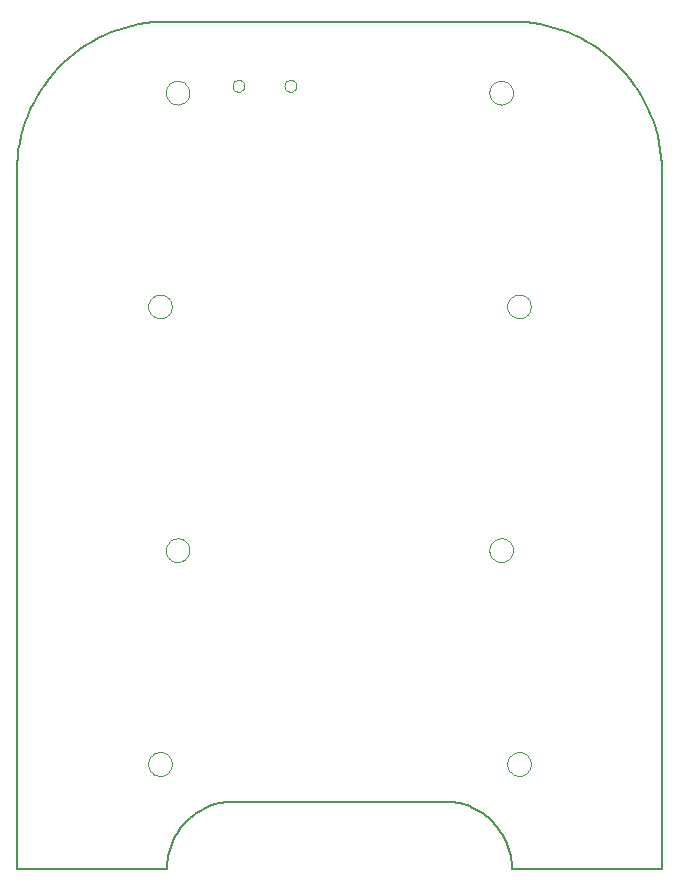
<source format=gko>
G75*
G70*
%OFA0B0*%
%FSLAX24Y24*%
%IPPOS*%
%LPD*%
%AMOC8*
5,1,8,0,0,1.08239X$1,22.5*
%
%ADD10C,0.0000*%
%ADD11C,0.0050*%
D10*
X006497Y020126D02*
X006499Y020165D01*
X006505Y020204D01*
X006515Y020242D01*
X006528Y020279D01*
X006545Y020314D01*
X006565Y020348D01*
X006589Y020379D01*
X006616Y020408D01*
X006645Y020434D01*
X006677Y020457D01*
X006711Y020477D01*
X006747Y020493D01*
X006784Y020505D01*
X006823Y020514D01*
X006862Y020519D01*
X006901Y020520D01*
X006940Y020517D01*
X006979Y020510D01*
X007016Y020499D01*
X007053Y020485D01*
X007088Y020467D01*
X007121Y020446D01*
X007152Y020421D01*
X007180Y020394D01*
X007205Y020364D01*
X007227Y020331D01*
X007246Y020297D01*
X007261Y020261D01*
X007273Y020223D01*
X007281Y020185D01*
X007285Y020146D01*
X007285Y020106D01*
X007281Y020067D01*
X007273Y020029D01*
X007261Y019991D01*
X007246Y019955D01*
X007227Y019921D01*
X007205Y019888D01*
X007180Y019858D01*
X007152Y019831D01*
X007121Y019806D01*
X007088Y019785D01*
X007053Y019767D01*
X007016Y019753D01*
X006979Y019742D01*
X006940Y019735D01*
X006901Y019732D01*
X006862Y019733D01*
X006823Y019738D01*
X006784Y019747D01*
X006747Y019759D01*
X006711Y019775D01*
X006677Y019795D01*
X006645Y019818D01*
X006616Y019844D01*
X006589Y019873D01*
X006565Y019904D01*
X006545Y019938D01*
X006528Y019973D01*
X006515Y020010D01*
X006505Y020048D01*
X006499Y020087D01*
X006497Y020126D01*
X007087Y027252D02*
X007089Y027291D01*
X007095Y027330D01*
X007105Y027368D01*
X007118Y027405D01*
X007135Y027440D01*
X007155Y027474D01*
X007179Y027505D01*
X007206Y027534D01*
X007235Y027560D01*
X007267Y027583D01*
X007301Y027603D01*
X007337Y027619D01*
X007374Y027631D01*
X007413Y027640D01*
X007452Y027645D01*
X007491Y027646D01*
X007530Y027643D01*
X007569Y027636D01*
X007606Y027625D01*
X007643Y027611D01*
X007678Y027593D01*
X007711Y027572D01*
X007742Y027547D01*
X007770Y027520D01*
X007795Y027490D01*
X007817Y027457D01*
X007836Y027423D01*
X007851Y027387D01*
X007863Y027349D01*
X007871Y027311D01*
X007875Y027272D01*
X007875Y027232D01*
X007871Y027193D01*
X007863Y027155D01*
X007851Y027117D01*
X007836Y027081D01*
X007817Y027047D01*
X007795Y027014D01*
X007770Y026984D01*
X007742Y026957D01*
X007711Y026932D01*
X007678Y026911D01*
X007643Y026893D01*
X007606Y026879D01*
X007569Y026868D01*
X007530Y026861D01*
X007491Y026858D01*
X007452Y026859D01*
X007413Y026864D01*
X007374Y026873D01*
X007337Y026885D01*
X007301Y026901D01*
X007267Y026921D01*
X007235Y026944D01*
X007206Y026970D01*
X007179Y026999D01*
X007155Y027030D01*
X007135Y027064D01*
X007118Y027099D01*
X007105Y027136D01*
X007095Y027174D01*
X007089Y027213D01*
X007087Y027252D01*
X006497Y035376D02*
X006499Y035415D01*
X006505Y035454D01*
X006515Y035492D01*
X006528Y035529D01*
X006545Y035564D01*
X006565Y035598D01*
X006589Y035629D01*
X006616Y035658D01*
X006645Y035684D01*
X006677Y035707D01*
X006711Y035727D01*
X006747Y035743D01*
X006784Y035755D01*
X006823Y035764D01*
X006862Y035769D01*
X006901Y035770D01*
X006940Y035767D01*
X006979Y035760D01*
X007016Y035749D01*
X007053Y035735D01*
X007088Y035717D01*
X007121Y035696D01*
X007152Y035671D01*
X007180Y035644D01*
X007205Y035614D01*
X007227Y035581D01*
X007246Y035547D01*
X007261Y035511D01*
X007273Y035473D01*
X007281Y035435D01*
X007285Y035396D01*
X007285Y035356D01*
X007281Y035317D01*
X007273Y035279D01*
X007261Y035241D01*
X007246Y035205D01*
X007227Y035171D01*
X007205Y035138D01*
X007180Y035108D01*
X007152Y035081D01*
X007121Y035056D01*
X007088Y035035D01*
X007053Y035017D01*
X007016Y035003D01*
X006979Y034992D01*
X006940Y034985D01*
X006901Y034982D01*
X006862Y034983D01*
X006823Y034988D01*
X006784Y034997D01*
X006747Y035009D01*
X006711Y035025D01*
X006677Y035045D01*
X006645Y035068D01*
X006616Y035094D01*
X006589Y035123D01*
X006565Y035154D01*
X006545Y035188D01*
X006528Y035223D01*
X006515Y035260D01*
X006505Y035298D01*
X006499Y035337D01*
X006497Y035376D01*
X007087Y042502D02*
X007089Y042541D01*
X007095Y042580D01*
X007105Y042618D01*
X007118Y042655D01*
X007135Y042690D01*
X007155Y042724D01*
X007179Y042755D01*
X007206Y042784D01*
X007235Y042810D01*
X007267Y042833D01*
X007301Y042853D01*
X007337Y042869D01*
X007374Y042881D01*
X007413Y042890D01*
X007452Y042895D01*
X007491Y042896D01*
X007530Y042893D01*
X007569Y042886D01*
X007606Y042875D01*
X007643Y042861D01*
X007678Y042843D01*
X007711Y042822D01*
X007742Y042797D01*
X007770Y042770D01*
X007795Y042740D01*
X007817Y042707D01*
X007836Y042673D01*
X007851Y042637D01*
X007863Y042599D01*
X007871Y042561D01*
X007875Y042522D01*
X007875Y042482D01*
X007871Y042443D01*
X007863Y042405D01*
X007851Y042367D01*
X007836Y042331D01*
X007817Y042297D01*
X007795Y042264D01*
X007770Y042234D01*
X007742Y042207D01*
X007711Y042182D01*
X007678Y042161D01*
X007643Y042143D01*
X007606Y042129D01*
X007569Y042118D01*
X007530Y042111D01*
X007491Y042108D01*
X007452Y042109D01*
X007413Y042114D01*
X007374Y042123D01*
X007337Y042135D01*
X007301Y042151D01*
X007267Y042171D01*
X007235Y042194D01*
X007206Y042220D01*
X007179Y042249D01*
X007155Y042280D01*
X007135Y042314D01*
X007118Y042349D01*
X007105Y042386D01*
X007095Y042424D01*
X007089Y042463D01*
X007087Y042502D01*
X009312Y042731D02*
X009314Y042758D01*
X009320Y042785D01*
X009329Y042811D01*
X009342Y042835D01*
X009358Y042858D01*
X009377Y042877D01*
X009399Y042894D01*
X009423Y042908D01*
X009448Y042918D01*
X009475Y042925D01*
X009502Y042928D01*
X009530Y042927D01*
X009557Y042922D01*
X009583Y042914D01*
X009607Y042902D01*
X009630Y042886D01*
X009651Y042868D01*
X009668Y042847D01*
X009683Y042823D01*
X009694Y042798D01*
X009702Y042772D01*
X009706Y042745D01*
X009706Y042717D01*
X009702Y042690D01*
X009694Y042664D01*
X009683Y042639D01*
X009668Y042615D01*
X009651Y042594D01*
X009630Y042576D01*
X009608Y042560D01*
X009583Y042548D01*
X009557Y042540D01*
X009530Y042535D01*
X009502Y042534D01*
X009475Y042537D01*
X009448Y042544D01*
X009423Y042554D01*
X009399Y042568D01*
X009377Y042585D01*
X009358Y042604D01*
X009342Y042627D01*
X009329Y042651D01*
X009320Y042677D01*
X009314Y042704D01*
X009312Y042731D01*
X011044Y042731D02*
X011046Y042758D01*
X011052Y042785D01*
X011061Y042811D01*
X011074Y042835D01*
X011090Y042858D01*
X011109Y042877D01*
X011131Y042894D01*
X011155Y042908D01*
X011180Y042918D01*
X011207Y042925D01*
X011234Y042928D01*
X011262Y042927D01*
X011289Y042922D01*
X011315Y042914D01*
X011339Y042902D01*
X011362Y042886D01*
X011383Y042868D01*
X011400Y042847D01*
X011415Y042823D01*
X011426Y042798D01*
X011434Y042772D01*
X011438Y042745D01*
X011438Y042717D01*
X011434Y042690D01*
X011426Y042664D01*
X011415Y042639D01*
X011400Y042615D01*
X011383Y042594D01*
X011362Y042576D01*
X011340Y042560D01*
X011315Y042548D01*
X011289Y042540D01*
X011262Y042535D01*
X011234Y042534D01*
X011207Y042537D01*
X011180Y042544D01*
X011155Y042554D01*
X011131Y042568D01*
X011109Y042585D01*
X011090Y042604D01*
X011074Y042627D01*
X011061Y042651D01*
X011052Y042677D01*
X011046Y042704D01*
X011044Y042731D01*
X017875Y042502D02*
X017877Y042541D01*
X017883Y042580D01*
X017893Y042618D01*
X017906Y042655D01*
X017923Y042690D01*
X017943Y042724D01*
X017967Y042755D01*
X017994Y042784D01*
X018023Y042810D01*
X018055Y042833D01*
X018089Y042853D01*
X018125Y042869D01*
X018162Y042881D01*
X018201Y042890D01*
X018240Y042895D01*
X018279Y042896D01*
X018318Y042893D01*
X018357Y042886D01*
X018394Y042875D01*
X018431Y042861D01*
X018466Y042843D01*
X018499Y042822D01*
X018530Y042797D01*
X018558Y042770D01*
X018583Y042740D01*
X018605Y042707D01*
X018624Y042673D01*
X018639Y042637D01*
X018651Y042599D01*
X018659Y042561D01*
X018663Y042522D01*
X018663Y042482D01*
X018659Y042443D01*
X018651Y042405D01*
X018639Y042367D01*
X018624Y042331D01*
X018605Y042297D01*
X018583Y042264D01*
X018558Y042234D01*
X018530Y042207D01*
X018499Y042182D01*
X018466Y042161D01*
X018431Y042143D01*
X018394Y042129D01*
X018357Y042118D01*
X018318Y042111D01*
X018279Y042108D01*
X018240Y042109D01*
X018201Y042114D01*
X018162Y042123D01*
X018125Y042135D01*
X018089Y042151D01*
X018055Y042171D01*
X018023Y042194D01*
X017994Y042220D01*
X017967Y042249D01*
X017943Y042280D01*
X017923Y042314D01*
X017906Y042349D01*
X017893Y042386D01*
X017883Y042424D01*
X017877Y042463D01*
X017875Y042502D01*
X018465Y035376D02*
X018467Y035415D01*
X018473Y035454D01*
X018483Y035492D01*
X018496Y035529D01*
X018513Y035564D01*
X018533Y035598D01*
X018557Y035629D01*
X018584Y035658D01*
X018613Y035684D01*
X018645Y035707D01*
X018679Y035727D01*
X018715Y035743D01*
X018752Y035755D01*
X018791Y035764D01*
X018830Y035769D01*
X018869Y035770D01*
X018908Y035767D01*
X018947Y035760D01*
X018984Y035749D01*
X019021Y035735D01*
X019056Y035717D01*
X019089Y035696D01*
X019120Y035671D01*
X019148Y035644D01*
X019173Y035614D01*
X019195Y035581D01*
X019214Y035547D01*
X019229Y035511D01*
X019241Y035473D01*
X019249Y035435D01*
X019253Y035396D01*
X019253Y035356D01*
X019249Y035317D01*
X019241Y035279D01*
X019229Y035241D01*
X019214Y035205D01*
X019195Y035171D01*
X019173Y035138D01*
X019148Y035108D01*
X019120Y035081D01*
X019089Y035056D01*
X019056Y035035D01*
X019021Y035017D01*
X018984Y035003D01*
X018947Y034992D01*
X018908Y034985D01*
X018869Y034982D01*
X018830Y034983D01*
X018791Y034988D01*
X018752Y034997D01*
X018715Y035009D01*
X018679Y035025D01*
X018645Y035045D01*
X018613Y035068D01*
X018584Y035094D01*
X018557Y035123D01*
X018533Y035154D01*
X018513Y035188D01*
X018496Y035223D01*
X018483Y035260D01*
X018473Y035298D01*
X018467Y035337D01*
X018465Y035376D01*
X017875Y027252D02*
X017877Y027291D01*
X017883Y027330D01*
X017893Y027368D01*
X017906Y027405D01*
X017923Y027440D01*
X017943Y027474D01*
X017967Y027505D01*
X017994Y027534D01*
X018023Y027560D01*
X018055Y027583D01*
X018089Y027603D01*
X018125Y027619D01*
X018162Y027631D01*
X018201Y027640D01*
X018240Y027645D01*
X018279Y027646D01*
X018318Y027643D01*
X018357Y027636D01*
X018394Y027625D01*
X018431Y027611D01*
X018466Y027593D01*
X018499Y027572D01*
X018530Y027547D01*
X018558Y027520D01*
X018583Y027490D01*
X018605Y027457D01*
X018624Y027423D01*
X018639Y027387D01*
X018651Y027349D01*
X018659Y027311D01*
X018663Y027272D01*
X018663Y027232D01*
X018659Y027193D01*
X018651Y027155D01*
X018639Y027117D01*
X018624Y027081D01*
X018605Y027047D01*
X018583Y027014D01*
X018558Y026984D01*
X018530Y026957D01*
X018499Y026932D01*
X018466Y026911D01*
X018431Y026893D01*
X018394Y026879D01*
X018357Y026868D01*
X018318Y026861D01*
X018279Y026858D01*
X018240Y026859D01*
X018201Y026864D01*
X018162Y026873D01*
X018125Y026885D01*
X018089Y026901D01*
X018055Y026921D01*
X018023Y026944D01*
X017994Y026970D01*
X017967Y026999D01*
X017943Y027030D01*
X017923Y027064D01*
X017906Y027099D01*
X017893Y027136D01*
X017883Y027174D01*
X017877Y027213D01*
X017875Y027252D01*
X018465Y020126D02*
X018467Y020165D01*
X018473Y020204D01*
X018483Y020242D01*
X018496Y020279D01*
X018513Y020314D01*
X018533Y020348D01*
X018557Y020379D01*
X018584Y020408D01*
X018613Y020434D01*
X018645Y020457D01*
X018679Y020477D01*
X018715Y020493D01*
X018752Y020505D01*
X018791Y020514D01*
X018830Y020519D01*
X018869Y020520D01*
X018908Y020517D01*
X018947Y020510D01*
X018984Y020499D01*
X019021Y020485D01*
X019056Y020467D01*
X019089Y020446D01*
X019120Y020421D01*
X019148Y020394D01*
X019173Y020364D01*
X019195Y020331D01*
X019214Y020297D01*
X019229Y020261D01*
X019241Y020223D01*
X019249Y020185D01*
X019253Y020146D01*
X019253Y020106D01*
X019249Y020067D01*
X019241Y020029D01*
X019229Y019991D01*
X019214Y019955D01*
X019195Y019921D01*
X019173Y019888D01*
X019148Y019858D01*
X019120Y019831D01*
X019089Y019806D01*
X019056Y019785D01*
X019021Y019767D01*
X018984Y019753D01*
X018947Y019742D01*
X018908Y019735D01*
X018869Y019732D01*
X018830Y019733D01*
X018791Y019738D01*
X018752Y019747D01*
X018715Y019759D01*
X018679Y019775D01*
X018645Y019795D01*
X018613Y019818D01*
X018584Y019844D01*
X018557Y019873D01*
X018533Y019904D01*
X018513Y019938D01*
X018496Y019973D01*
X018483Y020010D01*
X018473Y020048D01*
X018467Y020087D01*
X018465Y020126D01*
D11*
X007125Y016625D02*
X002125Y016625D01*
X002125Y039875D01*
X002131Y040113D01*
X002148Y040350D01*
X002176Y040587D01*
X002215Y040821D01*
X002266Y041054D01*
X002328Y041284D01*
X002400Y041510D01*
X002483Y041733D01*
X002577Y041952D01*
X002681Y042166D01*
X002795Y042375D01*
X002919Y042578D01*
X003052Y042775D01*
X003195Y042966D01*
X003346Y043149D01*
X003506Y043325D01*
X003675Y043494D01*
X003851Y043654D01*
X004034Y043805D01*
X004225Y043948D01*
X004422Y044081D01*
X004625Y044205D01*
X004834Y044319D01*
X005048Y044423D01*
X005267Y044517D01*
X005490Y044600D01*
X005716Y044672D01*
X005946Y044734D01*
X006179Y044785D01*
X006413Y044824D01*
X006650Y044852D01*
X006887Y044869D01*
X007125Y044875D01*
X018625Y044875D01*
X018863Y044869D01*
X019100Y044852D01*
X019337Y044824D01*
X019571Y044785D01*
X019804Y044734D01*
X020034Y044672D01*
X020260Y044600D01*
X020483Y044517D01*
X020702Y044423D01*
X020916Y044319D01*
X021125Y044205D01*
X021328Y044081D01*
X021525Y043948D01*
X021716Y043805D01*
X021899Y043654D01*
X022075Y043494D01*
X022244Y043325D01*
X022404Y043149D01*
X022555Y042966D01*
X022698Y042775D01*
X022831Y042578D01*
X022955Y042375D01*
X023069Y042166D01*
X023173Y041952D01*
X023267Y041733D01*
X023350Y041510D01*
X023422Y041284D01*
X023484Y041054D01*
X023535Y040821D01*
X023574Y040587D01*
X023602Y040350D01*
X023619Y040113D01*
X023625Y039875D01*
X023625Y016625D01*
X018625Y016625D01*
X018622Y016732D01*
X018615Y016839D01*
X018602Y016945D01*
X018584Y017051D01*
X018562Y017155D01*
X018534Y017259D01*
X018501Y017361D01*
X018464Y017461D01*
X018422Y017560D01*
X018375Y017656D01*
X018324Y017750D01*
X018268Y017841D01*
X018208Y017930D01*
X018144Y018016D01*
X018075Y018098D01*
X018003Y018178D01*
X017928Y018253D01*
X017848Y018325D01*
X017766Y018394D01*
X017680Y018458D01*
X017591Y018518D01*
X017500Y018574D01*
X017406Y018625D01*
X017310Y018672D01*
X017211Y018714D01*
X017111Y018751D01*
X017009Y018784D01*
X016905Y018812D01*
X016801Y018834D01*
X016695Y018852D01*
X016589Y018865D01*
X016482Y018872D01*
X016375Y018875D01*
X009375Y018875D01*
X009268Y018872D01*
X009161Y018865D01*
X009055Y018852D01*
X008949Y018834D01*
X008845Y018812D01*
X008741Y018784D01*
X008639Y018751D01*
X008539Y018714D01*
X008440Y018672D01*
X008344Y018625D01*
X008250Y018574D01*
X008159Y018518D01*
X008070Y018458D01*
X007984Y018394D01*
X007902Y018325D01*
X007822Y018253D01*
X007747Y018178D01*
X007675Y018098D01*
X007606Y018016D01*
X007542Y017930D01*
X007482Y017841D01*
X007426Y017750D01*
X007375Y017656D01*
X007328Y017560D01*
X007286Y017461D01*
X007249Y017361D01*
X007216Y017259D01*
X007188Y017155D01*
X007166Y017051D01*
X007148Y016945D01*
X007135Y016839D01*
X007128Y016732D01*
X007125Y016625D01*
M02*

</source>
